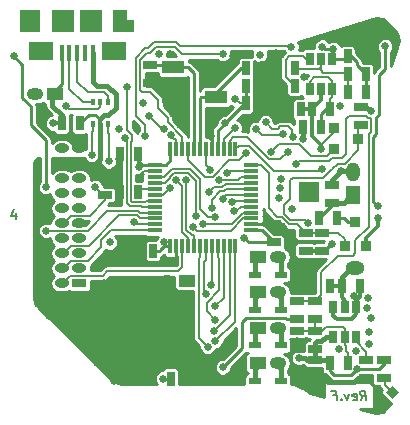
<source format=gbl>
G04 (created by PCBNEW (2013-07-07 BZR 4022)-stable) date 07/06/2014 15:45:14*
%MOIN*%
G04 Gerber Fmt 3.4, Leading zero omitted, Abs format*
%FSLAX34Y34*%
G01*
G70*
G90*
G04 APERTURE LIST*
%ADD10C,0.00590551*%
%ADD11C,0.007875*%
%ADD12C,0.0079*%
%ADD13R,0.0709X0.0748*%
%ADD14R,0.0709X0.0433*%
%ADD15R,0.0748X0.0748*%
%ADD16R,0.0827X0.063*%
%ADD17R,0.0157X0.0551*%
%ADD18R,0.0472X0.0748*%
%ADD19R,0.0276X0.0394*%
%ADD20R,0.045X0.025*%
%ADD21R,0.036X0.036*%
%ADD22O,0.063X0.0472*%
%ADD23R,0.0551X0.0394*%
%ADD24O,0.0551X0.0394*%
%ADD25O,0.0472X0.0315*%
%ADD26R,0.0472X0.0315*%
%ADD27R,0.0118X0.0512*%
%ADD28R,0.0512X0.0118*%
%ADD29R,0.0394X0.0236*%
%ADD30R,0.025X0.045*%
%ADD31R,0.0748X0.0433*%
%ADD32R,0.0669X0.0669*%
%ADD33C,0.015*%
%ADD34R,0.0157X0.02*%
%ADD35R,0.0472X0.063*%
%ADD36O,0.0472X0.063*%
%ADD37C,0.025*%
%ADD38C,0.01*%
%ADD39C,0.015*%
%ADD40C,0.008*%
%ADD41C,0.006*%
%ADD42C,0.012*%
%ADD43C,0.007*%
G04 APERTURE END LIST*
G54D10*
G54D11*
X21013Y-6151D02*
X21099Y-6001D01*
X21193Y-6151D02*
X21154Y-5836D01*
X21034Y-5836D01*
X21005Y-5851D01*
X20992Y-5866D01*
X20981Y-5896D01*
X20987Y-5941D01*
X21005Y-5971D01*
X21022Y-5986D01*
X21054Y-6001D01*
X21174Y-6001D01*
X20756Y-6136D02*
X20788Y-6151D01*
X20848Y-6151D01*
X20876Y-6136D01*
X20887Y-6106D01*
X20872Y-5986D01*
X20854Y-5956D01*
X20822Y-5941D01*
X20762Y-5941D01*
X20734Y-5956D01*
X20722Y-5986D01*
X20726Y-6016D01*
X20880Y-6046D01*
X20612Y-5941D02*
X20563Y-6151D01*
X20462Y-5941D01*
X20364Y-6121D02*
X20351Y-6136D01*
X20368Y-6151D01*
X20381Y-6136D01*
X20364Y-6121D01*
X20368Y-6151D01*
X20092Y-5986D02*
X20197Y-5986D01*
X20218Y-6151D02*
X20179Y-5836D01*
X20029Y-5836D01*
G54D12*
G54D11*
X9509Y82D02*
X9509Y-127D01*
X9434Y202D02*
X9359Y-22D01*
X9554Y-22D01*
G54D12*
G54D13*
X9980Y6477D03*
G54D14*
X13110Y6320D03*
G54D15*
X11083Y6477D03*
X12027Y6477D03*
G54D16*
X12775Y5473D03*
X10335Y5473D03*
G54D17*
X11555Y5414D03*
X11811Y5414D03*
X12067Y5414D03*
X11299Y5414D03*
X11043Y5414D03*
G54D18*
X12992Y6477D03*
G54D19*
X20097Y-4044D03*
X20472Y-4044D03*
X20847Y-4044D03*
X20847Y-3044D03*
X20472Y-3044D03*
X20097Y-3044D03*
X20058Y5225D03*
X19683Y5225D03*
X19308Y5225D03*
X19308Y4225D03*
X19683Y4225D03*
X20058Y4225D03*
G54D20*
X21772Y-5418D03*
X21772Y-4818D03*
G54D21*
X20112Y2909D03*
X20112Y2209D03*
X20912Y2559D03*
X20477Y-1030D03*
X21177Y-1030D03*
X20827Y-230D03*
G54D22*
X20827Y-1732D03*
G54D23*
X10802Y4056D03*
G54D24*
X10144Y4056D03*
G54D20*
X21024Y3607D03*
X21024Y3007D03*
G54D23*
X17584Y-2559D03*
G54D24*
X18242Y-2559D03*
G54D23*
X15211Y-2165D03*
G54D24*
X14553Y-2165D03*
G54D23*
X17584Y-4921D03*
G54D24*
X18242Y-4921D03*
G54D23*
X17584Y-1378D03*
G54D24*
X18242Y-1378D03*
G54D23*
X17584Y-3740D03*
G54D24*
X18242Y-3740D03*
G54D25*
X11628Y2250D03*
X11628Y1750D03*
X11050Y2250D03*
X11050Y1750D03*
G54D26*
X11628Y-2250D03*
G54D25*
X11050Y-2250D03*
X11050Y-1750D03*
X11050Y-1250D03*
X11050Y-750D03*
X11050Y-250D03*
X11050Y250D03*
X11050Y750D03*
X11050Y1250D03*
X11628Y-1750D03*
X11628Y-1250D03*
X11628Y-750D03*
X11628Y-250D03*
X11628Y250D03*
X11628Y750D03*
X11628Y1250D03*
G54D27*
X15256Y2205D03*
X15453Y2205D03*
X15650Y2205D03*
X15846Y2205D03*
X16043Y2205D03*
X14665Y2205D03*
X14862Y2205D03*
X15059Y2205D03*
G54D28*
X17362Y1674D03*
X17362Y1477D03*
X17362Y1280D03*
X17362Y1083D03*
X17362Y886D03*
X17362Y689D03*
X17362Y493D03*
X17362Y296D03*
G54D27*
X16831Y-1023D03*
X16634Y-1023D03*
X16437Y-1023D03*
X16240Y-1023D03*
X16043Y-1023D03*
X15846Y-1023D03*
X15650Y-1023D03*
X15453Y-1023D03*
G54D28*
X14134Y-492D03*
X14134Y-295D03*
X14134Y-98D03*
X14134Y99D03*
X14134Y296D03*
X14134Y493D03*
X14134Y689D03*
X14134Y886D03*
G54D27*
X16240Y2205D03*
X16437Y2205D03*
X16634Y2205D03*
X16831Y2205D03*
G54D28*
X17362Y99D03*
X17362Y-98D03*
X17362Y-295D03*
X17362Y-492D03*
G54D27*
X15256Y-1023D03*
X15059Y-1023D03*
X14862Y-1023D03*
X14665Y-1023D03*
G54D28*
X14134Y1083D03*
X14134Y1280D03*
X14134Y1477D03*
X14134Y1674D03*
G54D29*
X17480Y-5512D03*
X18346Y-5512D03*
X17480Y-4331D03*
X18346Y-4331D03*
X17480Y-3150D03*
X18346Y-3150D03*
X17480Y-1969D03*
X18346Y-1969D03*
G54D20*
X19724Y-1166D03*
X19724Y-566D03*
G54D30*
X20221Y-78D03*
X19621Y-78D03*
X19385Y-2363D03*
X19985Y-2363D03*
X13568Y787D03*
X12968Y787D03*
G54D20*
X18897Y-4435D03*
X18897Y-3835D03*
X19488Y-3450D03*
X19488Y-2850D03*
X18898Y-2850D03*
X18898Y-3450D03*
X19488Y-3835D03*
X19488Y-4435D03*
G54D30*
X20566Y4134D03*
X21166Y4134D03*
X19670Y2953D03*
X19070Y2953D03*
X18204Y4921D03*
X18804Y4921D03*
X18401Y3543D03*
X19001Y3543D03*
X14670Y-5433D03*
X14070Y-5433D03*
X17180Y4330D03*
X17780Y4330D03*
X17180Y3739D03*
X17780Y3739D03*
X13568Y2047D03*
X12968Y2047D03*
X14079Y-1181D03*
X13479Y-1181D03*
G54D20*
X18110Y-891D03*
X18110Y-291D03*
G54D30*
X17180Y4920D03*
X17780Y4920D03*
G54D20*
X13976Y5024D03*
X13976Y4424D03*
X12480Y684D03*
X12480Y1284D03*
X19173Y-566D03*
X19173Y-1166D03*
X21193Y-4818D03*
X21193Y-5418D03*
X20039Y410D03*
X20039Y1010D03*
G54D30*
X20969Y-2363D03*
X20369Y-2363D03*
G54D20*
X19488Y-4819D03*
X19488Y-5419D03*
G54D30*
X11039Y3071D03*
X11639Y3071D03*
X19976Y-4921D03*
X20576Y-4921D03*
X18804Y4331D03*
X18204Y4331D03*
X19983Y3544D03*
X19383Y3544D03*
X20566Y5315D03*
X21166Y5315D03*
X21166Y4725D03*
X20566Y4725D03*
G54D31*
X14763Y3957D03*
X16181Y3957D03*
X14763Y4941D03*
X16181Y4941D03*
G54D32*
X19291Y787D03*
G54D33*
X19291Y787D03*
X19094Y590D03*
X19488Y590D03*
X19094Y984D03*
X19488Y984D03*
G54D34*
X12579Y3051D03*
X12067Y3051D03*
X12323Y3799D03*
X12323Y3051D03*
X12067Y3799D03*
X12579Y3799D03*
G54D10*
G36*
X22058Y-5671D02*
X22280Y-5893D01*
X22058Y-6115D01*
X21836Y-5893D01*
X22058Y-5671D01*
X22058Y-5671D01*
G37*
G36*
X21641Y-6088D02*
X21863Y-6310D01*
X21641Y-6532D01*
X21419Y-6310D01*
X21641Y-6088D01*
X21641Y-6088D01*
G37*
G54D35*
X20748Y690D03*
G54D36*
X20748Y1438D03*
G54D37*
X15738Y-292D03*
X15424Y-394D03*
X16560Y1429D03*
X15957Y788D03*
X16049Y254D03*
X16290Y1179D03*
X13232Y4291D03*
X14661Y929D03*
X16406Y5379D03*
X13138Y2594D03*
X18693Y5630D03*
X13807Y2646D03*
X10531Y-508D03*
X16720Y457D03*
X16409Y567D03*
X16161Y-47D03*
X15520Y-24D03*
X16768Y141D03*
X14690Y2671D03*
X19717Y1547D03*
X17177Y2084D03*
X18842Y1708D03*
X18577Y2131D03*
X14858Y1177D03*
X12606Y1803D03*
X15177Y1185D03*
X12043Y2031D03*
X13937Y3335D03*
X11169Y3661D03*
X16811Y2913D03*
X14461Y2894D03*
X18031Y2122D03*
X10748Y3071D03*
X18709Y213D03*
X15990Y1525D03*
X12165Y945D03*
X13450Y-215D03*
X16142Y-3031D03*
X16142Y-3465D03*
X16102Y-3858D03*
X15905Y-4370D03*
X16016Y-2323D03*
X16165Y-4173D03*
X15835Y-2622D03*
X20905Y5551D03*
X19122Y4622D03*
X14764Y3386D03*
X18193Y5402D03*
X13543Y2874D03*
X21142Y5787D03*
X18169Y3142D03*
X16000Y2650D03*
X14646Y5394D03*
X14988Y3020D03*
X21457Y5709D03*
X16760Y5327D03*
X10236Y-2953D03*
X12598Y-4921D03*
X18976Y-1614D03*
X10630Y-2953D03*
X12165Y-3307D03*
X19201Y-5713D03*
X16024Y-5433D03*
X12335Y-1646D03*
X18925Y-5539D03*
X10236Y-2362D03*
X14921Y-4134D03*
X11732Y-3425D03*
X11220Y-3346D03*
X14764Y-3583D03*
X15551Y-4724D03*
X14055Y-3228D03*
X13665Y1217D03*
X11024Y-2953D03*
X13386Y-4921D03*
X12677Y-2480D03*
X12441Y-2244D03*
X12992Y-2205D03*
X10236Y-1772D03*
X18898Y-4193D03*
X12165Y-2953D03*
X11811Y-2953D03*
X14819Y-1524D03*
X10236Y-1181D03*
X19291Y-1732D03*
X12205Y-4921D03*
X13661Y-2953D03*
X12992Y-4921D03*
X13386Y-2559D03*
X10630Y-3346D03*
X14016Y-2559D03*
X12795Y-5512D03*
X13661Y-2205D03*
X14409Y-4134D03*
X14134Y-5000D03*
X11417Y-2953D03*
X12165Y-2480D03*
X20276Y-4449D03*
X20354Y1496D03*
X20839Y-4512D03*
X19689Y2224D03*
X21220Y-3071D03*
X21339Y-3425D03*
X21260Y-2756D03*
X20039Y-945D03*
X17835Y3110D03*
X18740Y2614D03*
X18425Y2724D03*
X17520Y2870D03*
X19252Y-236D03*
X21362Y3474D03*
X13602Y1630D03*
X21575Y303D03*
X17126Y-748D03*
X14405Y-5433D03*
X20894Y-5118D03*
X10512Y945D03*
X16409Y-5063D03*
X21823Y5643D03*
X18961Y-4752D03*
X14441Y-890D03*
X12646Y-898D03*
X9433Y5307D03*
X12953Y2874D03*
X14291Y5394D03*
X17650Y5358D03*
X16830Y3878D03*
X20079Y5551D03*
X19724Y5630D03*
X16496Y3071D03*
X20315Y3661D03*
X13740Y3740D03*
X18335Y1220D03*
X19098Y2563D03*
X21299Y-4291D03*
X21575Y-79D03*
X21299Y-3898D03*
X20772Y-2697D03*
X18279Y583D03*
X18303Y906D03*
G54D38*
X20039Y340D02*
X19621Y-78D01*
G54D39*
X17480Y-2742D02*
X17663Y-2559D01*
X17480Y-1969D02*
X17480Y-1561D01*
X17480Y-4331D02*
X17480Y-3923D01*
X17480Y-5512D02*
X17480Y-5104D01*
X20039Y410D02*
X20448Y410D01*
X20448Y410D02*
X20748Y769D01*
X17480Y-5104D02*
X17663Y-4921D01*
X17480Y-3923D02*
X17663Y-3740D01*
X17480Y-1561D02*
X17663Y-1378D01*
G54D38*
X20039Y410D02*
X20039Y340D01*
G54D39*
X17480Y-3150D02*
X17480Y-2742D01*
G54D40*
X14134Y886D02*
X13667Y886D01*
X13667Y886D02*
X13568Y787D01*
X17092Y99D02*
X17362Y99D01*
X15738Y-292D02*
X16701Y-292D01*
X16701Y-292D02*
X17092Y99D01*
X15424Y-394D02*
X15550Y-520D01*
X17098Y-98D02*
X17362Y-98D01*
X16676Y-520D02*
X17098Y-98D01*
X15550Y-520D02*
X16676Y-520D01*
X16608Y1477D02*
X16560Y1429D01*
X17362Y1477D02*
X16608Y1477D01*
X16500Y1057D02*
X16393Y950D01*
X16393Y950D02*
X16119Y950D01*
X16119Y950D02*
X15957Y788D01*
X17336Y1057D02*
X16500Y1057D01*
X17362Y1083D02*
X17336Y1057D01*
X16532Y886D02*
X16453Y807D01*
X17362Y886D02*
X16532Y886D01*
X16453Y807D02*
X16325Y807D01*
X16325Y807D02*
X16049Y531D01*
X16049Y531D02*
X16049Y254D01*
X16311Y1200D02*
X16290Y1179D01*
X17003Y1280D02*
X16923Y1200D01*
X16923Y1200D02*
X16311Y1200D01*
X17362Y1280D02*
X17003Y1280D01*
X13382Y2500D02*
X13382Y2701D01*
X13378Y449D02*
X13342Y485D01*
X13803Y449D02*
X13378Y449D01*
X13232Y2851D02*
X13232Y4291D01*
X13342Y485D02*
X13342Y2460D01*
X13847Y493D02*
X13803Y449D01*
X13342Y2460D02*
X13382Y2500D01*
X13382Y2701D02*
X13232Y2851D01*
X14134Y493D02*
X13847Y493D01*
X14134Y689D02*
X14421Y689D01*
X14661Y929D02*
X14421Y689D01*
X13976Y4134D02*
X13701Y4134D01*
X14252Y3858D02*
X13976Y4134D01*
X13977Y5433D02*
X13885Y5433D01*
X15054Y5379D02*
X14803Y5630D01*
X15059Y2625D02*
X14568Y3116D01*
X13701Y4134D02*
X13646Y4189D01*
X14174Y5630D02*
X13977Y5433D01*
X16406Y5379D02*
X15054Y5379D01*
X14252Y3582D02*
X14252Y3858D01*
X14568Y3116D02*
X14568Y3266D01*
X13646Y4189D02*
X13646Y5194D01*
X13885Y5433D02*
X13646Y5194D01*
X14568Y3266D02*
X14252Y3582D01*
X14803Y5630D02*
X14174Y5630D01*
X15059Y2205D02*
X15059Y2625D01*
X14974Y5659D02*
X14861Y5772D01*
X13807Y3032D02*
X13807Y2646D01*
X18664Y5659D02*
X14974Y5659D01*
X13200Y427D02*
X13200Y2532D01*
X13504Y5252D02*
X13504Y3335D01*
X14134Y296D02*
X13700Y296D01*
X13200Y2532D02*
X13138Y2594D01*
X13504Y3335D02*
X13807Y3032D01*
X13920Y5575D02*
X13827Y5575D01*
X13700Y296D02*
X13689Y307D01*
X14117Y5772D02*
X13920Y5575D01*
X14861Y5772D02*
X14117Y5772D01*
X13320Y307D02*
X13200Y427D01*
X18693Y5630D02*
X18664Y5659D01*
X13689Y307D02*
X13320Y307D01*
X13827Y5575D02*
X13504Y5252D01*
X13660Y99D02*
X13596Y163D01*
G54D41*
X11901Y-500D02*
X10713Y-500D01*
G54D40*
X10713Y-500D02*
X10539Y-500D01*
G54D41*
X12565Y163D02*
X12564Y163D01*
G54D40*
X13596Y163D02*
X12565Y163D01*
X12564Y163D02*
X11901Y-500D01*
X14134Y99D02*
X13660Y99D01*
X10539Y-500D02*
X10531Y-508D01*
X17362Y493D02*
X16756Y493D01*
X16756Y493D02*
X16720Y457D01*
X16531Y689D02*
X16409Y567D01*
X17362Y689D02*
X16531Y689D01*
X15322Y1563D02*
X15662Y1223D01*
X15662Y220D02*
X15929Y-47D01*
X15929Y-47D02*
X16161Y-47D01*
X15662Y1223D02*
X15662Y220D01*
X14134Y1280D02*
X14435Y1280D01*
X14435Y1280D02*
X14718Y1563D01*
X14718Y1563D02*
X15322Y1563D01*
X14473Y1083D02*
X14638Y1248D01*
X15520Y1165D02*
X15520Y-24D01*
X14638Y1248D02*
X14638Y1284D01*
X14638Y1284D02*
X14775Y1421D01*
X15264Y1421D02*
X15520Y1165D01*
X14134Y1083D02*
X14473Y1083D01*
X14775Y1421D02*
X15264Y1421D01*
X17003Y296D02*
X17362Y296D01*
X16848Y141D02*
X16768Y141D01*
X17003Y296D02*
X16848Y141D01*
X11555Y4469D02*
X11555Y4460D01*
X11555Y4460D02*
X11902Y4114D01*
X11555Y5414D02*
X11555Y4469D01*
X11555Y4460D02*
X11902Y4114D01*
X12449Y4114D02*
X11902Y4114D01*
X12579Y3799D02*
X12579Y3984D01*
X12579Y3984D02*
X12449Y4114D01*
X11299Y5414D02*
X11299Y4233D01*
X11733Y3799D02*
X12067Y3799D01*
X11299Y4233D02*
X11733Y3799D01*
X14862Y2564D02*
X14797Y2564D01*
X14797Y2564D02*
X14690Y2671D01*
X14862Y2205D02*
X14862Y2564D01*
X19717Y1547D02*
X19648Y1478D01*
X16947Y2321D02*
X17271Y2321D01*
X17271Y2321D02*
X18114Y1478D01*
X18114Y1478D02*
X19648Y1478D01*
X16947Y2321D02*
X16831Y2205D01*
X20389Y1912D02*
X20531Y2054D01*
X20531Y3208D02*
X20630Y3307D01*
X20531Y2054D02*
X20531Y3208D01*
X15256Y1851D02*
X15816Y1291D01*
X15816Y1291D02*
X16080Y1291D01*
X20827Y-1260D02*
X20748Y-1339D01*
X15256Y2205D02*
X15256Y1851D01*
X20827Y-825D02*
X21272Y-380D01*
X16630Y1841D02*
X16080Y1291D01*
X17177Y2084D02*
X16934Y1841D01*
X16934Y1841D02*
X16630Y1841D01*
X20389Y1912D02*
X20035Y1912D01*
X21256Y3248D02*
X21197Y3307D01*
X19685Y-2653D02*
X19488Y-2850D01*
X20035Y1912D02*
X19944Y1821D01*
X20827Y-1260D02*
X20827Y-825D01*
X21354Y2799D02*
X21272Y2717D01*
X21197Y3307D02*
X20630Y3307D01*
X18955Y1821D02*
X18842Y1708D01*
X20748Y-1339D02*
X20236Y-1339D01*
X19685Y-1890D02*
X19685Y-2653D01*
X21354Y3209D02*
X21354Y2799D01*
X21315Y3248D02*
X21354Y3209D01*
X21256Y3248D02*
X21315Y3248D01*
X20236Y-1339D02*
X19685Y-1890D01*
X21272Y-380D02*
X21272Y2717D01*
X19944Y1821D02*
X18955Y1821D01*
X19488Y-2850D02*
X18898Y-2850D01*
X18326Y1880D02*
X17936Y1880D01*
X17936Y1880D02*
X17201Y2615D01*
X16748Y2615D02*
X16634Y2501D01*
X18577Y2131D02*
X18326Y1880D01*
X17201Y2615D02*
X16748Y2615D01*
X16634Y2501D02*
X16634Y2205D01*
X15051Y984D02*
X15051Y-549D01*
X14858Y1177D02*
X15051Y984D01*
X12606Y2709D02*
X12579Y2736D01*
X15256Y-754D02*
X15256Y-1023D01*
X12606Y1803D02*
X12606Y2709D01*
X15051Y-549D02*
X15256Y-754D01*
X12579Y3051D02*
X12579Y2736D01*
X12043Y2031D02*
X12043Y2791D01*
X12067Y2815D02*
X12067Y3051D01*
X12043Y2791D02*
X12067Y2815D01*
X15453Y-664D02*
X15366Y-664D01*
X15193Y-491D02*
X15193Y1169D01*
X15366Y-664D02*
X15193Y-491D01*
X15193Y1169D02*
X15177Y1185D01*
X15453Y-1023D02*
X15453Y-664D01*
X16437Y2205D02*
X16437Y2539D01*
X12236Y3543D02*
X11287Y3543D01*
X13937Y3335D02*
X14378Y2894D01*
X14378Y2894D02*
X14461Y2894D01*
X16437Y2539D02*
X16811Y2913D01*
X12323Y3630D02*
X12236Y3543D01*
X12323Y3630D02*
X12323Y3799D01*
X11287Y3543D02*
X11169Y3661D01*
X18228Y-39D02*
X17953Y236D01*
X20477Y-1030D02*
X20477Y-792D01*
X17953Y1417D02*
X17953Y236D01*
X19173Y-566D02*
X18883Y-276D01*
X19724Y-566D02*
X19173Y-566D01*
X17696Y1674D02*
X17953Y1417D01*
X18604Y-276D02*
X18367Y-39D01*
X18367Y-39D02*
X18228Y-39D01*
X20251Y-566D02*
X19724Y-566D01*
X17696Y1674D02*
X17362Y1674D01*
X20477Y-792D02*
X20251Y-566D01*
X18883Y-276D02*
X18604Y-276D01*
G54D38*
X11043Y5414D02*
X11043Y4376D01*
X11043Y4376D02*
X10723Y4056D01*
G54D42*
X11039Y3071D02*
X10748Y3071D01*
G54D40*
X18279Y2370D02*
X18031Y2122D01*
G54D39*
X10722Y3668D02*
X10723Y4056D01*
X11039Y3071D02*
X11039Y3351D01*
X11039Y3351D02*
X10722Y3668D01*
G54D40*
X19339Y1985D02*
X18954Y2370D01*
X19888Y1985D02*
X19339Y1985D01*
X20112Y2209D02*
X19888Y1985D01*
X18954Y2370D02*
X18279Y2370D01*
X12165Y945D02*
X12426Y684D01*
X15846Y1684D02*
X15990Y1540D01*
X12426Y684D02*
X12480Y684D01*
G54D41*
X11968Y0D02*
X11339Y0D01*
X11339Y0D02*
X11089Y-250D01*
G54D40*
X15846Y2205D02*
X15846Y1684D01*
X12480Y684D02*
X12480Y511D01*
X15990Y1540D02*
X15990Y1525D01*
X12480Y511D02*
X11969Y0D01*
X11969Y0D02*
X11968Y0D01*
X12362Y-827D02*
X12697Y-492D01*
X12697Y-492D02*
X14134Y-492D01*
X11089Y-1750D02*
X11339Y-1500D01*
X11925Y-1500D02*
X12362Y-1063D01*
X12362Y-1063D02*
X12362Y-827D01*
G54D41*
X11339Y-1500D02*
X11925Y-1500D01*
G54D40*
X13530Y-295D02*
X13450Y-215D01*
X14134Y-295D02*
X13530Y-295D01*
X11089Y-1250D02*
X11339Y-1000D01*
X11934Y-1000D02*
X12955Y21D01*
G54D41*
X11339Y-1000D02*
X11934Y-1000D01*
G54D40*
X12955Y21D02*
X13538Y21D01*
X13538Y21D02*
X13657Y-98D01*
X13657Y-98D02*
X14134Y-98D01*
X12409Y-2000D02*
X12559Y-1850D01*
X15059Y-1721D02*
X15059Y-1023D01*
X12012Y-2000D02*
X12409Y-2000D01*
X14930Y-1850D02*
X15059Y-1721D01*
G54D41*
X11303Y-2000D02*
X12012Y-2000D01*
G54D40*
X12559Y-1850D02*
X14930Y-1850D01*
X11089Y-2250D02*
X11303Y-2000D01*
X16437Y-2736D02*
X16437Y-1023D01*
X16142Y-3031D02*
X16437Y-2736D01*
X15868Y-2911D02*
X16286Y-2493D01*
X16286Y-2493D02*
X16286Y-1443D01*
X16240Y-1397D02*
X16240Y-1023D01*
X16142Y-3465D02*
X15868Y-3191D01*
X16286Y-1443D02*
X16240Y-1397D01*
X15868Y-3191D02*
X15868Y-2911D01*
X16102Y-3858D02*
X16634Y-3326D01*
X16634Y-3326D02*
X16634Y-1023D01*
X15608Y-1435D02*
X15608Y-4073D01*
X15650Y-1393D02*
X15608Y-1435D01*
X15650Y-1023D02*
X15650Y-1393D01*
X15608Y-4073D02*
X15905Y-4370D01*
X16043Y-1023D02*
X16043Y-2296D01*
X16043Y-2296D02*
X16016Y-2323D01*
X16806Y-1407D02*
X16806Y-3532D01*
X16831Y-1023D02*
X16831Y-1382D01*
X16806Y-3532D02*
X16165Y-4173D01*
X16831Y-1382D02*
X16806Y-1407D01*
X15846Y-1489D02*
X15846Y-1023D01*
X15772Y-2559D02*
X15772Y-1563D01*
X15772Y-1563D02*
X15846Y-1489D01*
X15835Y-2622D02*
X15772Y-2559D01*
G54D38*
X16043Y2205D02*
X16043Y2607D01*
X18203Y4920D02*
X18204Y4921D01*
X18204Y5391D02*
X18204Y4921D01*
X14763Y4214D02*
X14553Y4424D01*
X20905Y5551D02*
X21166Y5330D01*
X14763Y3387D02*
X14764Y3386D01*
X21166Y5763D02*
X21142Y5787D01*
X17780Y4330D02*
X17780Y3739D01*
X21166Y5315D02*
X21166Y5763D01*
X18401Y3374D02*
X18401Y3543D01*
X17780Y4920D02*
X17780Y4330D01*
X14763Y3957D02*
X14763Y3387D01*
X14763Y3957D02*
X14763Y4214D01*
X16043Y2607D02*
X16000Y2650D01*
X17780Y4920D02*
X18203Y4920D01*
X14553Y4424D02*
X13976Y4424D01*
X18204Y4921D02*
X18204Y4331D01*
X18169Y3142D02*
X18401Y3374D01*
X16374Y4941D02*
X16760Y5327D01*
X21166Y5330D02*
X21166Y5315D01*
X18193Y5402D02*
X18204Y5391D01*
X16181Y4941D02*
X16374Y4941D01*
G54D39*
X12067Y5414D02*
X12067Y4464D01*
X12067Y4464D02*
X12201Y4331D01*
X12547Y4331D02*
X12201Y4331D01*
X12835Y3583D02*
X12598Y3346D01*
X12323Y3208D02*
X12323Y3209D01*
X12835Y3583D02*
X12835Y4043D01*
X12460Y3346D02*
X12323Y3209D01*
X12598Y3346D02*
X12460Y3346D01*
X12835Y4043D02*
X12547Y4331D01*
G54D38*
X17362Y-295D02*
X18106Y-295D01*
G54D39*
X12323Y3051D02*
X12323Y1890D01*
G54D38*
X14862Y-1481D02*
X14819Y-1524D01*
X12480Y1284D02*
X12869Y1284D01*
X12183Y1750D02*
X11589Y1750D01*
G54D40*
X13665Y1366D02*
X13665Y1217D01*
G54D38*
X10236Y-1772D02*
X10236Y-1181D01*
X21062Y-5419D02*
X21193Y-5418D01*
X18897Y-4435D02*
X18897Y-4194D01*
X19910Y-5591D02*
X19738Y-5419D01*
X12953Y-2244D02*
X12441Y-2244D01*
X18106Y-295D02*
X18110Y-291D01*
X12800Y-1181D02*
X12335Y-1646D01*
X19094Y-1732D02*
X18976Y-1614D01*
G54D39*
X19488Y-5426D02*
X19201Y-5713D01*
G54D38*
X19385Y-2363D02*
X19385Y-1826D01*
X12165Y3366D02*
X11934Y3366D01*
X13662Y-2205D02*
X13661Y-2205D01*
X11220Y-3346D02*
X10630Y-3346D01*
X19385Y-1826D02*
X19291Y-1732D01*
X13661Y-2953D02*
X13936Y-3228D01*
G54D40*
X14134Y1477D02*
X13776Y1477D01*
G54D38*
X12323Y3051D02*
X12323Y3208D01*
G54D40*
X13776Y1477D02*
X13665Y1366D01*
G54D38*
X12323Y3208D02*
X12165Y3366D01*
X14862Y-1023D02*
X14862Y-1481D01*
X21193Y-5418D02*
X20948Y-5418D01*
X18693Y-5307D02*
X18925Y-5539D01*
X12968Y1185D02*
X12968Y787D01*
X18976Y-1555D02*
X18496Y-1075D01*
X18496Y-382D02*
X18405Y-291D01*
X12869Y1284D02*
X12968Y1185D01*
X20948Y-5418D02*
X20775Y-5591D01*
X14016Y-2559D02*
X13662Y-2205D01*
X18880Y-4435D02*
X18693Y-4622D01*
X18976Y-1614D02*
X18976Y-1555D01*
X21641Y-5866D02*
X21193Y-5418D01*
X14070Y-5064D02*
X14070Y-5433D01*
X11417Y-2953D02*
X11811Y-2953D01*
X20775Y-5591D02*
X19910Y-5591D01*
G54D39*
X19488Y-5419D02*
X19488Y-5426D01*
G54D38*
X12165Y-2953D02*
X12165Y-2480D01*
X21062Y-5419D02*
X21193Y-5418D01*
X10630Y-2953D02*
X11024Y-2953D01*
X12795Y-5512D02*
X12205Y-4921D01*
X18405Y-291D02*
X18110Y-291D01*
X11850Y-3307D02*
X12165Y-3307D01*
X21544Y-6408D02*
X21641Y-6311D01*
X13936Y-3228D02*
X14055Y-3228D01*
X12968Y2047D02*
X12968Y1185D01*
X21641Y-6311D02*
X21641Y-5866D01*
X12323Y1890D02*
X12183Y1750D01*
X21544Y-6408D02*
X21641Y-6311D01*
X18897Y-4435D02*
X18880Y-4435D01*
X18897Y-4194D02*
X18898Y-4193D01*
X19291Y-1732D02*
X19094Y-1732D01*
X12598Y-4921D02*
X12992Y-4921D01*
X12677Y-2480D02*
X13386Y-2559D01*
X11732Y-3425D02*
X11850Y-3307D01*
X18693Y-4622D02*
X18693Y-5307D01*
X12992Y-4921D02*
X13386Y-4921D01*
X14134Y-5000D02*
X14070Y-5064D01*
X11934Y3366D02*
X11639Y3071D01*
X10236Y-2953D02*
X10236Y-2362D01*
X19738Y-5419D02*
X19488Y-5419D01*
X18496Y-1075D02*
X18496Y-382D01*
X12992Y-2205D02*
X12953Y-2244D01*
X13479Y-1181D02*
X12800Y-1181D01*
G54D39*
X20611Y1496D02*
X20748Y1359D01*
X20369Y-2032D02*
X20669Y-1732D01*
G54D42*
X19383Y3544D02*
X19383Y2668D01*
X19002Y3544D02*
X19001Y3543D01*
X19383Y2668D02*
X19689Y2362D01*
X19383Y3544D02*
X19002Y3544D01*
G54D40*
X19689Y2362D02*
X19689Y2224D01*
X20112Y2909D02*
X20112Y2790D01*
G54D39*
X20039Y1181D02*
X20354Y1496D01*
X20039Y1010D02*
X20039Y1181D01*
G54D42*
X20369Y-2363D02*
X19985Y-2363D01*
X20472Y-3044D02*
X20460Y-3044D01*
X19818Y-1166D02*
X20039Y-945D01*
X20460Y-3044D02*
X20433Y-3071D01*
X19724Y-1166D02*
X19818Y-1166D01*
X19683Y4225D02*
X19683Y3844D01*
X20433Y-3071D02*
X20472Y-3044D01*
G54D39*
X20354Y1496D02*
X20611Y1496D01*
G54D42*
X20369Y-2731D02*
X20472Y-2834D01*
X19724Y-1166D02*
X19173Y-1166D01*
G54D39*
X20369Y-2363D02*
X20369Y-2032D01*
G54D42*
X20472Y-2834D02*
X20472Y-3044D01*
G54D40*
X19689Y2367D02*
X19689Y2362D01*
X20112Y2790D02*
X19689Y2367D01*
G54D42*
X19683Y3844D02*
X19383Y3544D01*
X20369Y-2363D02*
X20369Y-2731D01*
G54D39*
X20669Y-1732D02*
X20827Y-1732D01*
X18346Y-4331D02*
X18346Y-3923D01*
X18346Y-3923D02*
X18163Y-3740D01*
G54D38*
X14680Y5024D02*
X14763Y4941D01*
X15250Y4941D02*
X14763Y4941D01*
X15453Y2205D02*
X15453Y4738D01*
X13976Y5024D02*
X14680Y5024D01*
X15453Y4738D02*
X15250Y4941D01*
X15650Y3913D02*
X15650Y2205D01*
X16181Y3957D02*
X15694Y3957D01*
X17007Y4920D02*
X17180Y4920D01*
X16181Y3957D02*
X16181Y4094D01*
X15694Y3957D02*
X15650Y3913D01*
X16181Y4094D02*
X17007Y4920D01*
G54D39*
X18346Y-1969D02*
X18346Y-1561D01*
X18346Y-1561D02*
X18163Y-1378D01*
X18346Y-3150D02*
X18346Y-2742D01*
X18346Y-2742D02*
X18163Y-2559D01*
X18346Y-5512D02*
X18346Y-5104D01*
X18346Y-5104D02*
X18163Y-4921D01*
G54D40*
X18717Y2637D02*
X18717Y2846D01*
X18717Y2846D02*
X18594Y2969D01*
X18244Y2882D02*
X18063Y2882D01*
X18740Y2614D02*
X18717Y2637D01*
X18594Y2969D02*
X18331Y2969D01*
X18063Y2882D02*
X17835Y3110D01*
X18331Y2969D02*
X18244Y2882D01*
X18425Y2724D02*
X18390Y2689D01*
X17701Y2689D02*
X17520Y2870D01*
X18390Y2689D02*
X17701Y2689D01*
X21811Y-5645D02*
X22059Y-5893D01*
X21772Y-5418D02*
X21811Y-5645D01*
X18661Y1181D02*
X18661Y551D01*
X18465Y63D02*
X18662Y-134D01*
X20039Y1539D02*
X20043Y1539D01*
X18662Y-134D02*
X19150Y-134D01*
X18661Y551D02*
X18465Y355D01*
X20912Y2961D02*
X21024Y3007D01*
X19764Y1264D02*
X18744Y1264D01*
X19150Y-134D02*
X19252Y-236D01*
X18744Y1264D02*
X18661Y1181D01*
X20866Y3007D02*
X20912Y2961D01*
X20043Y1539D02*
X20236Y1732D01*
X20912Y2559D02*
X20912Y2176D01*
X18465Y355D02*
X18465Y63D01*
X20912Y2559D02*
X20912Y2935D01*
X19764Y1264D02*
X20039Y1539D01*
X20468Y1732D02*
X20912Y2176D01*
X20912Y2935D02*
X21024Y3007D01*
X21024Y3007D02*
X20866Y3007D01*
X20236Y1732D02*
X20468Y1732D01*
X20576Y-4584D02*
X20576Y-4921D01*
X20409Y-3717D02*
X19848Y-3717D01*
X19848Y-3717D02*
X19826Y-3739D01*
X20472Y-3780D02*
X20409Y-3717D01*
X19826Y-3739D02*
X19824Y-3739D01*
X20512Y-4359D02*
X20512Y-4520D01*
X19488Y-3450D02*
X19488Y-3835D01*
X20512Y-4520D02*
X20576Y-4584D01*
X20472Y-4319D02*
X20512Y-4359D01*
X18897Y-3835D02*
X19488Y-3835D01*
X20472Y-4044D02*
X20472Y-3780D01*
X19824Y-3739D02*
X19728Y-3835D01*
X19728Y-3835D02*
X19488Y-3835D01*
X20472Y-4044D02*
X20472Y-4319D01*
X19094Y5315D02*
X18622Y5315D01*
X18622Y5315D02*
X18504Y5197D01*
X19308Y5225D02*
X19184Y5225D01*
X18504Y4631D02*
X18804Y4331D01*
X18504Y5197D02*
X18504Y4631D01*
X19184Y5225D02*
X19094Y5315D01*
X19683Y4947D02*
X19683Y4845D01*
X19764Y4764D02*
X20527Y4764D01*
X19614Y4878D02*
X18847Y4878D01*
X19683Y4845D02*
X19764Y4764D01*
X19683Y5225D02*
X19683Y4947D01*
X18847Y4878D02*
X18804Y4921D01*
X20566Y4725D02*
X20566Y4134D01*
X20527Y4764D02*
X20566Y4725D01*
X19683Y4947D02*
X19614Y4878D01*
G54D43*
X21362Y3474D02*
X21247Y3607D01*
X21024Y3607D02*
X21247Y3607D01*
G54D40*
X20847Y-4044D02*
X20847Y-4186D01*
X21193Y-4532D02*
X21193Y-4818D01*
X20847Y-4186D02*
X21193Y-4532D01*
G54D38*
X20221Y-78D02*
X20434Y-78D01*
X20586Y-230D02*
X20827Y-230D01*
X20434Y-78D02*
X20586Y-230D01*
X19670Y3371D02*
X19670Y2953D01*
G54D40*
X20058Y4225D02*
X20058Y3956D01*
X19448Y4606D02*
X19921Y4606D01*
G54D38*
X19983Y3544D02*
X19843Y3544D01*
G54D40*
X20058Y3956D02*
X19983Y3881D01*
X20058Y4469D02*
X20058Y4225D01*
X19921Y4606D02*
X20058Y4469D01*
G54D38*
X19843Y3544D02*
X19670Y3371D01*
G54D40*
X19983Y3881D02*
X19983Y3544D01*
X19308Y4225D02*
X19308Y4466D01*
X19308Y4466D02*
X19448Y4606D01*
G54D38*
X14317Y-1181D02*
X14317Y-1147D01*
X14134Y1674D02*
X14503Y1674D01*
X14665Y1836D02*
X14503Y1674D01*
G54D39*
X19488Y-4819D02*
X19874Y-4819D01*
G54D38*
X21622Y3382D02*
X21622Y4685D01*
X13568Y1826D02*
X13568Y2047D01*
X10000Y3662D02*
X9732Y3930D01*
G54D39*
X19561Y-4187D02*
X19488Y-4260D01*
G54D38*
X21506Y2708D02*
X21424Y2626D01*
G54D39*
X19221Y-4819D02*
X19154Y-4752D01*
X19488Y-4260D02*
X19488Y-4435D01*
G54D38*
X18499Y-3409D02*
X17189Y-3409D01*
G54D39*
X19693Y-4187D02*
X19561Y-4187D01*
G54D38*
X20697Y-5315D02*
X20894Y-5118D01*
X14665Y2205D02*
X14665Y1836D01*
G54D39*
X19154Y-4752D02*
X18961Y-4752D01*
G54D38*
X17269Y-891D02*
X17126Y-748D01*
X21811Y-4922D02*
X21615Y-5118D01*
X19976Y-5181D02*
X20110Y-5315D01*
X17051Y-4421D02*
X16409Y-5063D01*
G54D39*
X19488Y-4819D02*
X19221Y-4819D01*
G54D38*
X17051Y-3547D02*
X17051Y-4421D01*
X21506Y3266D02*
X21506Y2708D01*
G54D40*
X13568Y1664D02*
X13602Y1630D01*
G54D38*
X21831Y4894D02*
X21831Y5610D01*
X17362Y-492D02*
X17711Y-492D01*
X19976Y-4921D02*
X19976Y-5181D01*
X18110Y-891D02*
X17269Y-891D01*
X20110Y-5315D02*
X20697Y-5315D01*
X21622Y4685D02*
X21831Y4894D01*
G54D39*
X19836Y-4044D02*
X19693Y-4187D01*
G54D38*
X13720Y1674D02*
X13568Y1826D01*
X14670Y-5433D02*
X14405Y-5433D01*
X17189Y-3409D02*
X17051Y-3547D01*
X14134Y1674D02*
X13720Y1674D01*
X14665Y-1023D02*
X14441Y-1023D01*
X18540Y-3450D02*
X18499Y-3409D01*
G54D39*
X20097Y-4044D02*
X19836Y-4044D01*
G54D38*
X21831Y5610D02*
X21823Y5643D01*
X14441Y-1023D02*
X14441Y-890D01*
X21772Y-4818D02*
X21811Y-4922D01*
X9732Y5008D02*
X9433Y5307D01*
X21424Y2626D02*
X21424Y454D01*
X14317Y-1147D02*
X14441Y-1023D01*
G54D39*
X19488Y-4435D02*
X19488Y-4819D01*
G54D38*
X19874Y-4819D02*
X19976Y-4921D01*
X21424Y454D02*
X21575Y303D01*
G54D40*
X13568Y2047D02*
X13568Y1664D01*
G54D38*
X10512Y945D02*
X10512Y2504D01*
X10512Y2504D02*
X10000Y3016D01*
X9732Y3930D02*
X9732Y5008D01*
X14079Y-1181D02*
X14317Y-1181D01*
X10000Y3016D02*
X10000Y3662D01*
X17711Y-492D02*
X18110Y-891D01*
X21615Y-5118D02*
X20894Y-5118D01*
X18540Y-3450D02*
X18898Y-3450D01*
X21622Y3382D02*
X21506Y3266D01*
X17180Y3739D02*
X17180Y4330D01*
X21166Y4725D02*
X21166Y4134D01*
X20669Y5315D02*
X20866Y5118D01*
X20058Y5225D02*
X20476Y5225D01*
X17180Y3739D02*
X17164Y3739D01*
X20058Y5530D02*
X20079Y5551D01*
X20866Y5118D02*
X20866Y5025D01*
X20058Y5225D02*
X20058Y5530D01*
X16240Y2815D02*
X16496Y3071D01*
X20079Y5246D02*
X20058Y5225D01*
X17164Y3739D02*
X16496Y3071D01*
X20079Y5551D02*
X20079Y5246D01*
X20476Y5225D02*
X20566Y5315D01*
G54D40*
X16969Y3739D02*
X16830Y3878D01*
G54D38*
X16240Y2815D02*
X16240Y2205D01*
X19803Y5551D02*
X19724Y5630D01*
G54D40*
X17180Y3739D02*
X16969Y3739D01*
G54D38*
X20866Y5025D02*
X21166Y4725D01*
X20079Y5551D02*
X19803Y5551D01*
X20566Y5315D02*
X20669Y5315D01*
G54D39*
X19070Y2953D02*
X19070Y2591D01*
X19070Y2591D02*
X19098Y2563D01*
G54D42*
X21177Y-1030D02*
X21177Y-752D01*
X21177Y-752D02*
X21575Y-354D01*
X21575Y-354D02*
X21575Y-79D01*
X20097Y-3337D02*
X20097Y-3044D01*
X20847Y-3298D02*
X20700Y-3445D01*
X20700Y-3445D02*
X20205Y-3445D01*
X20847Y-2853D02*
X20847Y-2772D01*
X20205Y-3445D02*
X20097Y-3337D01*
X20847Y-2853D02*
X20847Y-3044D01*
X20969Y-2731D02*
X20847Y-2853D01*
X20969Y-2363D02*
X20969Y-2731D01*
X20847Y-3044D02*
X20847Y-3298D01*
X20847Y-2772D02*
X20772Y-2697D01*
G54D10*
G36*
X11946Y-185D02*
X11812Y-320D01*
X11429Y-320D01*
X11443Y-250D01*
X11429Y-180D01*
X11917Y-180D01*
X11946Y-185D01*
X11946Y-185D01*
G37*
G54D38*
X11946Y-185D02*
X11812Y-320D01*
X11429Y-320D01*
X11443Y-250D01*
X11429Y-180D01*
X11917Y-180D01*
X11946Y-185D01*
G54D10*
G36*
X13025Y353D02*
X12590Y353D01*
X12614Y376D01*
X12614Y376D01*
X12614Y376D01*
X12635Y408D01*
X12734Y408D01*
X12789Y431D01*
X12832Y473D01*
X12854Y529D01*
X12855Y588D01*
X12855Y838D01*
X12832Y893D01*
X12790Y936D01*
X12734Y958D01*
X12675Y959D01*
X12440Y959D01*
X12440Y999D01*
X12398Y1100D01*
X12320Y1177D01*
X12219Y1219D01*
X12110Y1220D01*
X12009Y1178D01*
X12006Y1175D01*
X12021Y1250D01*
X11998Y1367D01*
X11931Y1467D01*
X11831Y1534D01*
X11714Y1557D01*
X11541Y1557D01*
X11424Y1534D01*
X11339Y1477D01*
X11253Y1534D01*
X11136Y1557D01*
X10963Y1557D01*
X10846Y1534D01*
X10746Y1467D01*
X10712Y1415D01*
X10712Y1919D01*
X11791Y1919D01*
X11809Y1875D01*
X11887Y1798D01*
X11988Y1756D01*
X12097Y1755D01*
X12198Y1797D01*
X12275Y1875D01*
X12294Y1919D01*
X12356Y1919D01*
X12331Y1857D01*
X12330Y1748D01*
X12372Y1647D01*
X12450Y1570D01*
X12551Y1528D01*
X12660Y1527D01*
X12761Y1569D01*
X12838Y1647D01*
X12880Y1748D01*
X12881Y1857D01*
X12855Y1919D01*
X13010Y1919D01*
X13010Y427D01*
X13024Y354D01*
X13025Y353D01*
X13025Y353D01*
G37*
G54D38*
X13025Y353D02*
X12590Y353D01*
X12614Y376D01*
X12614Y376D01*
X12614Y376D01*
X12635Y408D01*
X12734Y408D01*
X12789Y431D01*
X12832Y473D01*
X12854Y529D01*
X12855Y588D01*
X12855Y838D01*
X12832Y893D01*
X12790Y936D01*
X12734Y958D01*
X12675Y959D01*
X12440Y959D01*
X12440Y999D01*
X12398Y1100D01*
X12320Y1177D01*
X12219Y1219D01*
X12110Y1220D01*
X12009Y1178D01*
X12006Y1175D01*
X12021Y1250D01*
X11998Y1367D01*
X11931Y1467D01*
X11831Y1534D01*
X11714Y1557D01*
X11541Y1557D01*
X11424Y1534D01*
X11339Y1477D01*
X11253Y1534D01*
X11136Y1557D01*
X10963Y1557D01*
X10846Y1534D01*
X10746Y1467D01*
X10712Y1415D01*
X10712Y1919D01*
X11791Y1919D01*
X11809Y1875D01*
X11887Y1798D01*
X11988Y1756D01*
X12097Y1755D01*
X12198Y1797D01*
X12275Y1875D01*
X12294Y1919D01*
X12356Y1919D01*
X12331Y1857D01*
X12330Y1748D01*
X12372Y1647D01*
X12450Y1570D01*
X12551Y1528D01*
X12660Y1527D01*
X12761Y1569D01*
X12838Y1647D01*
X12880Y1748D01*
X12881Y1857D01*
X12855Y1919D01*
X13010Y1919D01*
X13010Y427D01*
X13024Y354D01*
X13025Y353D01*
G54D10*
G36*
X13735Y1387D02*
X13728Y1368D01*
X13727Y1309D01*
X13727Y1191D01*
X13732Y1181D01*
X13728Y1171D01*
X13728Y1159D01*
X13722Y1161D01*
X13663Y1162D01*
X13532Y1162D01*
X13532Y1361D01*
X13547Y1355D01*
X13656Y1354D01*
X13735Y1387D01*
X13735Y1387D01*
G37*
G54D38*
X13735Y1387D02*
X13728Y1368D01*
X13727Y1309D01*
X13727Y1191D01*
X13732Y1181D01*
X13728Y1171D01*
X13728Y1159D01*
X13722Y1161D01*
X13663Y1162D01*
X13532Y1162D01*
X13532Y1361D01*
X13547Y1355D01*
X13656Y1354D01*
X13735Y1387D01*
G54D10*
G36*
X14869Y-1642D02*
X14851Y-1660D01*
X12559Y-1660D01*
X12486Y-1674D01*
X12424Y-1715D01*
X12424Y-1715D01*
X12330Y-1810D01*
X12012Y-1810D01*
X12009Y-1810D01*
X12021Y-1750D01*
X12005Y-1670D01*
X12059Y-1634D01*
X12496Y-1197D01*
X12496Y-1197D01*
X12496Y-1197D01*
X12529Y-1147D01*
X12591Y-1172D01*
X12700Y-1173D01*
X12801Y-1131D01*
X12878Y-1053D01*
X12920Y-952D01*
X12921Y-843D01*
X12879Y-742D01*
X12818Y-682D01*
X13802Y-682D01*
X13848Y-700D01*
X13907Y-701D01*
X14241Y-701D01*
X14208Y-734D01*
X14178Y-805D01*
X14174Y-805D01*
X13924Y-805D01*
X13869Y-828D01*
X13826Y-870D01*
X13804Y-926D01*
X13803Y-985D01*
X13803Y-1435D01*
X13826Y-1490D01*
X13868Y-1533D01*
X13924Y-1555D01*
X13983Y-1556D01*
X14233Y-1556D01*
X14288Y-1533D01*
X14331Y-1491D01*
X14353Y-1435D01*
X14354Y-1376D01*
X14354Y-1373D01*
X14393Y-1365D01*
X14458Y-1322D01*
X14460Y-1319D01*
X14478Y-1363D01*
X14520Y-1406D01*
X14576Y-1428D01*
X14635Y-1429D01*
X14753Y-1429D01*
X14808Y-1406D01*
X14851Y-1364D01*
X14861Y-1337D01*
X14869Y-1354D01*
X14869Y-1642D01*
X14869Y-1642D01*
G37*
G54D38*
X14869Y-1642D02*
X14851Y-1660D01*
X12559Y-1660D01*
X12486Y-1674D01*
X12424Y-1715D01*
X12424Y-1715D01*
X12330Y-1810D01*
X12012Y-1810D01*
X12009Y-1810D01*
X12021Y-1750D01*
X12005Y-1670D01*
X12059Y-1634D01*
X12496Y-1197D01*
X12496Y-1197D01*
X12496Y-1197D01*
X12529Y-1147D01*
X12591Y-1172D01*
X12700Y-1173D01*
X12801Y-1131D01*
X12878Y-1053D01*
X12920Y-952D01*
X12921Y-843D01*
X12879Y-742D01*
X12818Y-682D01*
X13802Y-682D01*
X13848Y-700D01*
X13907Y-701D01*
X14241Y-701D01*
X14208Y-734D01*
X14178Y-805D01*
X14174Y-805D01*
X13924Y-805D01*
X13869Y-828D01*
X13826Y-870D01*
X13804Y-926D01*
X13803Y-985D01*
X13803Y-1435D01*
X13826Y-1490D01*
X13868Y-1533D01*
X13924Y-1555D01*
X13983Y-1556D01*
X14233Y-1556D01*
X14288Y-1533D01*
X14331Y-1491D01*
X14353Y-1435D01*
X14354Y-1376D01*
X14354Y-1373D01*
X14393Y-1365D01*
X14458Y-1322D01*
X14460Y-1319D01*
X14478Y-1363D01*
X14520Y-1406D01*
X14576Y-1428D01*
X14635Y-1429D01*
X14753Y-1429D01*
X14808Y-1406D01*
X14851Y-1364D01*
X14861Y-1337D01*
X14869Y-1354D01*
X14869Y-1642D01*
G54D10*
G36*
X17236Y-5250D02*
X17198Y-5266D01*
X17155Y-5308D01*
X17133Y-5364D01*
X17132Y-5423D01*
X17132Y-5619D01*
X14945Y-5619D01*
X14945Y-5178D01*
X14922Y-5123D01*
X14880Y-5080D01*
X14824Y-5058D01*
X14765Y-5057D01*
X14515Y-5057D01*
X14460Y-5080D01*
X14417Y-5122D01*
X14403Y-5157D01*
X14350Y-5157D01*
X14249Y-5199D01*
X14172Y-5277D01*
X14130Y-5378D01*
X14129Y-5487D01*
X14171Y-5588D01*
X14202Y-5619D01*
X13000Y-5619D01*
X12750Y-5516D01*
X10233Y-3034D01*
X10129Y-2785D01*
X10129Y1791D01*
X10256Y1919D01*
X10312Y1919D01*
X10312Y1133D01*
X10279Y1100D01*
X10237Y999D01*
X10236Y890D01*
X10278Y789D01*
X10356Y712D01*
X10457Y670D01*
X10566Y669D01*
X10664Y710D01*
X10679Y632D01*
X10746Y532D01*
X10795Y500D01*
X10746Y467D01*
X10679Y367D01*
X10656Y250D01*
X10679Y132D01*
X10746Y32D01*
X10795Y0D01*
X10746Y-32D01*
X10679Y-132D01*
X10656Y-250D01*
X10659Y-263D01*
X10585Y-233D01*
X10476Y-232D01*
X10375Y-274D01*
X10298Y-352D01*
X10256Y-453D01*
X10255Y-562D01*
X10297Y-663D01*
X10375Y-740D01*
X10476Y-782D01*
X10585Y-783D01*
X10657Y-753D01*
X10679Y-867D01*
X10746Y-967D01*
X10795Y-1000D01*
X10746Y-1032D01*
X10679Y-1132D01*
X10656Y-1250D01*
X10679Y-1367D01*
X10746Y-1467D01*
X10795Y-1500D01*
X10746Y-1532D01*
X10679Y-1632D01*
X10656Y-1750D01*
X10679Y-1867D01*
X10746Y-1967D01*
X10795Y-2000D01*
X10746Y-2032D01*
X10679Y-2132D01*
X10656Y-2250D01*
X10679Y-2367D01*
X10746Y-2467D01*
X10846Y-2534D01*
X10963Y-2557D01*
X11136Y-2557D01*
X11253Y-2534D01*
X11285Y-2512D01*
X11306Y-2534D01*
X11362Y-2557D01*
X11421Y-2557D01*
X11893Y-2557D01*
X11948Y-2534D01*
X11991Y-2492D01*
X12013Y-2437D01*
X12014Y-2377D01*
X12014Y-2190D01*
X12409Y-2190D01*
X12481Y-2175D01*
X12543Y-2134D01*
X12637Y-2040D01*
X14785Y-2040D01*
X14785Y-2391D01*
X14808Y-2446D01*
X14850Y-2489D01*
X14905Y-2511D01*
X14965Y-2512D01*
X15418Y-2512D01*
X15418Y-4073D01*
X15432Y-4145D01*
X15473Y-4207D01*
X15630Y-4363D01*
X15629Y-4424D01*
X15671Y-4525D01*
X15749Y-4602D01*
X15850Y-4644D01*
X15959Y-4645D01*
X16060Y-4603D01*
X16137Y-4525D01*
X16170Y-4448D01*
X16219Y-4448D01*
X16320Y-4406D01*
X16397Y-4328D01*
X16439Y-4227D01*
X16440Y-4166D01*
X16851Y-3755D01*
X16851Y-4338D01*
X16401Y-4787D01*
X16354Y-4787D01*
X16253Y-4829D01*
X16176Y-4907D01*
X16134Y-5008D01*
X16133Y-5117D01*
X16175Y-5218D01*
X16253Y-5295D01*
X16354Y-5337D01*
X16463Y-5338D01*
X16564Y-5296D01*
X16641Y-5218D01*
X16683Y-5117D01*
X16683Y-5070D01*
X17188Y-4566D01*
X17197Y-4576D01*
X17235Y-4591D01*
X17223Y-4596D01*
X17181Y-4638D01*
X17158Y-4694D01*
X17158Y-4753D01*
X17158Y-5147D01*
X17181Y-5202D01*
X17223Y-5245D01*
X17236Y-5250D01*
X17236Y-5250D01*
G37*
G54D38*
X17236Y-5250D02*
X17198Y-5266D01*
X17155Y-5308D01*
X17133Y-5364D01*
X17132Y-5423D01*
X17132Y-5619D01*
X14945Y-5619D01*
X14945Y-5178D01*
X14922Y-5123D01*
X14880Y-5080D01*
X14824Y-5058D01*
X14765Y-5057D01*
X14515Y-5057D01*
X14460Y-5080D01*
X14417Y-5122D01*
X14403Y-5157D01*
X14350Y-5157D01*
X14249Y-5199D01*
X14172Y-5277D01*
X14130Y-5378D01*
X14129Y-5487D01*
X14171Y-5588D01*
X14202Y-5619D01*
X13000Y-5619D01*
X12750Y-5516D01*
X10233Y-3034D01*
X10129Y-2785D01*
X10129Y1791D01*
X10256Y1919D01*
X10312Y1919D01*
X10312Y1133D01*
X10279Y1100D01*
X10237Y999D01*
X10236Y890D01*
X10278Y789D01*
X10356Y712D01*
X10457Y670D01*
X10566Y669D01*
X10664Y710D01*
X10679Y632D01*
X10746Y532D01*
X10795Y500D01*
X10746Y467D01*
X10679Y367D01*
X10656Y250D01*
X10679Y132D01*
X10746Y32D01*
X10795Y0D01*
X10746Y-32D01*
X10679Y-132D01*
X10656Y-250D01*
X10659Y-263D01*
X10585Y-233D01*
X10476Y-232D01*
X10375Y-274D01*
X10298Y-352D01*
X10256Y-453D01*
X10255Y-562D01*
X10297Y-663D01*
X10375Y-740D01*
X10476Y-782D01*
X10585Y-783D01*
X10657Y-753D01*
X10679Y-867D01*
X10746Y-967D01*
X10795Y-1000D01*
X10746Y-1032D01*
X10679Y-1132D01*
X10656Y-1250D01*
X10679Y-1367D01*
X10746Y-1467D01*
X10795Y-1500D01*
X10746Y-1532D01*
X10679Y-1632D01*
X10656Y-1750D01*
X10679Y-1867D01*
X10746Y-1967D01*
X10795Y-2000D01*
X10746Y-2032D01*
X10679Y-2132D01*
X10656Y-2250D01*
X10679Y-2367D01*
X10746Y-2467D01*
X10846Y-2534D01*
X10963Y-2557D01*
X11136Y-2557D01*
X11253Y-2534D01*
X11285Y-2512D01*
X11306Y-2534D01*
X11362Y-2557D01*
X11421Y-2557D01*
X11893Y-2557D01*
X11948Y-2534D01*
X11991Y-2492D01*
X12013Y-2437D01*
X12014Y-2377D01*
X12014Y-2190D01*
X12409Y-2190D01*
X12481Y-2175D01*
X12543Y-2134D01*
X12637Y-2040D01*
X14785Y-2040D01*
X14785Y-2391D01*
X14808Y-2446D01*
X14850Y-2489D01*
X14905Y-2511D01*
X14965Y-2512D01*
X15418Y-2512D01*
X15418Y-4073D01*
X15432Y-4145D01*
X15473Y-4207D01*
X15630Y-4363D01*
X15629Y-4424D01*
X15671Y-4525D01*
X15749Y-4602D01*
X15850Y-4644D01*
X15959Y-4645D01*
X16060Y-4603D01*
X16137Y-4525D01*
X16170Y-4448D01*
X16219Y-4448D01*
X16320Y-4406D01*
X16397Y-4328D01*
X16439Y-4227D01*
X16440Y-4166D01*
X16851Y-3755D01*
X16851Y-4338D01*
X16401Y-4787D01*
X16354Y-4787D01*
X16253Y-4829D01*
X16176Y-4907D01*
X16134Y-5008D01*
X16133Y-5117D01*
X16175Y-5218D01*
X16253Y-5295D01*
X16354Y-5337D01*
X16463Y-5338D01*
X16564Y-5296D01*
X16641Y-5218D01*
X16683Y-5117D01*
X16683Y-5070D01*
X17188Y-4566D01*
X17197Y-4576D01*
X17235Y-4591D01*
X17223Y-4596D01*
X17181Y-4638D01*
X17158Y-4694D01*
X17158Y-4753D01*
X17158Y-5147D01*
X17181Y-5202D01*
X17223Y-5245D01*
X17236Y-5250D01*
G54D10*
G36*
X19865Y-1441D02*
X19550Y-1755D01*
X19509Y-1817D01*
X19495Y-1890D01*
X19495Y-2574D01*
X19494Y-2574D01*
X19233Y-2574D01*
X19192Y-2591D01*
X19152Y-2575D01*
X19093Y-2574D01*
X18672Y-2574D01*
X18675Y-2559D01*
X18649Y-2426D01*
X18574Y-2313D01*
X18461Y-2238D01*
X18454Y-2237D01*
X18572Y-2237D01*
X18627Y-2214D01*
X18670Y-2172D01*
X18692Y-2116D01*
X18693Y-2057D01*
X18693Y-1821D01*
X18670Y-1766D01*
X18628Y-1723D01*
X18572Y-1701D01*
X18571Y-1701D01*
X18571Y-1625D01*
X18574Y-1623D01*
X18649Y-1510D01*
X18675Y-1378D01*
X18649Y-1245D01*
X18574Y-1132D01*
X18476Y-1067D01*
X18484Y-1045D01*
X18485Y-986D01*
X18485Y-736D01*
X18462Y-681D01*
X18420Y-638D01*
X18364Y-616D01*
X18305Y-615D01*
X18117Y-615D01*
X17852Y-350D01*
X17787Y-307D01*
X17711Y-292D01*
X17684Y-292D01*
X17702Y-284D01*
X17745Y-242D01*
X17767Y-186D01*
X17768Y-127D01*
X17768Y-9D01*
X17763Y0D01*
X17767Y10D01*
X17768Y69D01*
X17768Y187D01*
X17763Y197D01*
X17767Y207D01*
X17767Y210D01*
X17777Y163D01*
X17818Y101D01*
X18093Y-173D01*
X18155Y-214D01*
X18228Y-229D01*
X18288Y-229D01*
X18469Y-410D01*
X18531Y-451D01*
X18604Y-466D01*
X18797Y-466D01*
X18797Y-470D01*
X18797Y-720D01*
X18820Y-775D01*
X18862Y-818D01*
X18918Y-840D01*
X18977Y-841D01*
X19427Y-841D01*
X19448Y-832D01*
X19469Y-840D01*
X19528Y-841D01*
X19784Y-841D01*
X19764Y-890D01*
X19764Y-890D01*
X19469Y-890D01*
X19448Y-899D01*
X19427Y-891D01*
X19368Y-890D01*
X18918Y-890D01*
X18863Y-913D01*
X18820Y-955D01*
X18798Y-1011D01*
X18797Y-1070D01*
X18797Y-1320D01*
X18820Y-1375D01*
X18862Y-1418D01*
X18918Y-1440D01*
X18977Y-1441D01*
X19427Y-1441D01*
X19448Y-1432D01*
X19469Y-1440D01*
X19528Y-1441D01*
X19865Y-1441D01*
X19865Y-1441D01*
G37*
G54D38*
X19865Y-1441D02*
X19550Y-1755D01*
X19509Y-1817D01*
X19495Y-1890D01*
X19495Y-2574D01*
X19494Y-2574D01*
X19233Y-2574D01*
X19192Y-2591D01*
X19152Y-2575D01*
X19093Y-2574D01*
X18672Y-2574D01*
X18675Y-2559D01*
X18649Y-2426D01*
X18574Y-2313D01*
X18461Y-2238D01*
X18454Y-2237D01*
X18572Y-2237D01*
X18627Y-2214D01*
X18670Y-2172D01*
X18692Y-2116D01*
X18693Y-2057D01*
X18693Y-1821D01*
X18670Y-1766D01*
X18628Y-1723D01*
X18572Y-1701D01*
X18571Y-1701D01*
X18571Y-1625D01*
X18574Y-1623D01*
X18649Y-1510D01*
X18675Y-1378D01*
X18649Y-1245D01*
X18574Y-1132D01*
X18476Y-1067D01*
X18484Y-1045D01*
X18485Y-986D01*
X18485Y-736D01*
X18462Y-681D01*
X18420Y-638D01*
X18364Y-616D01*
X18305Y-615D01*
X18117Y-615D01*
X17852Y-350D01*
X17787Y-307D01*
X17711Y-292D01*
X17684Y-292D01*
X17702Y-284D01*
X17745Y-242D01*
X17767Y-186D01*
X17768Y-127D01*
X17768Y-9D01*
X17763Y0D01*
X17767Y10D01*
X17768Y69D01*
X17768Y187D01*
X17763Y197D01*
X17767Y207D01*
X17767Y210D01*
X17777Y163D01*
X17818Y101D01*
X18093Y-173D01*
X18155Y-214D01*
X18228Y-229D01*
X18288Y-229D01*
X18469Y-410D01*
X18531Y-451D01*
X18604Y-466D01*
X18797Y-466D01*
X18797Y-470D01*
X18797Y-720D01*
X18820Y-775D01*
X18862Y-818D01*
X18918Y-840D01*
X18977Y-841D01*
X19427Y-841D01*
X19448Y-832D01*
X19469Y-840D01*
X19528Y-841D01*
X19784Y-841D01*
X19764Y-890D01*
X19764Y-890D01*
X19469Y-890D01*
X19448Y-899D01*
X19427Y-891D01*
X19368Y-890D01*
X18918Y-890D01*
X18863Y-913D01*
X18820Y-955D01*
X18798Y-1011D01*
X18797Y-1070D01*
X18797Y-1320D01*
X18820Y-1375D01*
X18862Y-1418D01*
X18918Y-1440D01*
X18977Y-1441D01*
X19427Y-1441D01*
X19448Y-1432D01*
X19469Y-1440D01*
X19528Y-1441D01*
X19865Y-1441D01*
G54D10*
G36*
X21396Y-5318D02*
X21396Y-5322D01*
X21396Y-5535D01*
X19798Y-5535D01*
X19798Y-6061D01*
X19302Y-5906D01*
X19067Y-5748D01*
X19064Y-5745D01*
X18794Y-5619D01*
X18693Y-5619D01*
X18693Y-5600D01*
X18693Y-5364D01*
X18670Y-5309D01*
X18628Y-5266D01*
X18572Y-5244D01*
X18571Y-5244D01*
X18571Y-5168D01*
X18574Y-5166D01*
X18649Y-5053D01*
X18675Y-4921D01*
X18649Y-4788D01*
X18574Y-4675D01*
X18461Y-4600D01*
X18454Y-4599D01*
X18572Y-4599D01*
X18627Y-4576D01*
X18670Y-4534D01*
X18692Y-4478D01*
X18693Y-4419D01*
X18693Y-4183D01*
X18670Y-4128D01*
X18652Y-4109D01*
X18701Y-4110D01*
X19151Y-4110D01*
X19192Y-4093D01*
X19233Y-4109D01*
X19292Y-4110D01*
X19322Y-4110D01*
X19289Y-4159D01*
X19233Y-4159D01*
X19178Y-4182D01*
X19135Y-4224D01*
X19113Y-4280D01*
X19112Y-4339D01*
X19112Y-4517D01*
X19015Y-4477D01*
X18906Y-4476D01*
X18805Y-4518D01*
X18728Y-4596D01*
X18686Y-4697D01*
X18685Y-4806D01*
X18727Y-4907D01*
X18805Y-4984D01*
X18906Y-5026D01*
X19015Y-5027D01*
X19089Y-4996D01*
X19089Y-4996D01*
X19134Y-5026D01*
X19134Y-5026D01*
X19135Y-5028D01*
X19177Y-5071D01*
X19233Y-5093D01*
X19292Y-5094D01*
X19700Y-5094D01*
X19700Y-5175D01*
X19723Y-5230D01*
X19765Y-5273D01*
X19815Y-5293D01*
X19834Y-5322D01*
X19968Y-5456D01*
X19968Y-5456D01*
X20011Y-5485D01*
X20033Y-5499D01*
X20033Y-5499D01*
X20109Y-5514D01*
X20110Y-5515D01*
X20697Y-5515D01*
X20773Y-5499D01*
X20838Y-5456D01*
X20901Y-5393D01*
X20948Y-5393D01*
X21049Y-5351D01*
X21082Y-5318D01*
X21396Y-5318D01*
X21396Y-5318D01*
G37*
G54D38*
X21396Y-5318D02*
X21396Y-5322D01*
X21396Y-5535D01*
X19798Y-5535D01*
X19798Y-6061D01*
X19302Y-5906D01*
X19067Y-5748D01*
X19064Y-5745D01*
X18794Y-5619D01*
X18693Y-5619D01*
X18693Y-5600D01*
X18693Y-5364D01*
X18670Y-5309D01*
X18628Y-5266D01*
X18572Y-5244D01*
X18571Y-5244D01*
X18571Y-5168D01*
X18574Y-5166D01*
X18649Y-5053D01*
X18675Y-4921D01*
X18649Y-4788D01*
X18574Y-4675D01*
X18461Y-4600D01*
X18454Y-4599D01*
X18572Y-4599D01*
X18627Y-4576D01*
X18670Y-4534D01*
X18692Y-4478D01*
X18693Y-4419D01*
X18693Y-4183D01*
X18670Y-4128D01*
X18652Y-4109D01*
X18701Y-4110D01*
X19151Y-4110D01*
X19192Y-4093D01*
X19233Y-4109D01*
X19292Y-4110D01*
X19322Y-4110D01*
X19289Y-4159D01*
X19233Y-4159D01*
X19178Y-4182D01*
X19135Y-4224D01*
X19113Y-4280D01*
X19112Y-4339D01*
X19112Y-4517D01*
X19015Y-4477D01*
X18906Y-4476D01*
X18805Y-4518D01*
X18728Y-4596D01*
X18686Y-4697D01*
X18685Y-4806D01*
X18727Y-4907D01*
X18805Y-4984D01*
X18906Y-5026D01*
X19015Y-5027D01*
X19089Y-4996D01*
X19089Y-4996D01*
X19134Y-5026D01*
X19134Y-5026D01*
X19135Y-5028D01*
X19177Y-5071D01*
X19233Y-5093D01*
X19292Y-5094D01*
X19700Y-5094D01*
X19700Y-5175D01*
X19723Y-5230D01*
X19765Y-5273D01*
X19815Y-5293D01*
X19834Y-5322D01*
X19968Y-5456D01*
X19968Y-5456D01*
X20011Y-5485D01*
X20033Y-5499D01*
X20033Y-5499D01*
X20109Y-5514D01*
X20110Y-5515D01*
X20697Y-5515D01*
X20773Y-5499D01*
X20838Y-5456D01*
X20901Y-5393D01*
X20948Y-5393D01*
X21049Y-5351D01*
X21082Y-5318D01*
X21396Y-5318D01*
G54D10*
G36*
X22016Y-6260D02*
X21739Y-6536D01*
X21505Y-6594D01*
X20992Y-6434D01*
X21461Y-6434D01*
X21461Y-5669D01*
X21461Y-5670D01*
X21517Y-5692D01*
X21576Y-5693D01*
X21629Y-5693D01*
X21631Y-5697D01*
X21635Y-5717D01*
X21643Y-5730D01*
X21650Y-5746D01*
X21665Y-5762D01*
X21676Y-5779D01*
X21708Y-5811D01*
X21686Y-5863D01*
X21686Y-5923D01*
X21709Y-5978D01*
X21751Y-6020D01*
X21973Y-6242D01*
X22016Y-6260D01*
X22016Y-6260D01*
G37*
G54D38*
X22016Y-6260D02*
X21739Y-6536D01*
X21505Y-6594D01*
X20992Y-6434D01*
X21461Y-6434D01*
X21461Y-5669D01*
X21461Y-5670D01*
X21517Y-5692D01*
X21576Y-5693D01*
X21629Y-5693D01*
X21631Y-5697D01*
X21635Y-5717D01*
X21643Y-5730D01*
X21650Y-5746D01*
X21665Y-5762D01*
X21676Y-5779D01*
X21708Y-5811D01*
X21686Y-5863D01*
X21686Y-5923D01*
X21709Y-5978D01*
X21751Y-6020D01*
X21973Y-6242D01*
X22016Y-6260D01*
G54D10*
G36*
X11853Y2229D02*
X11838Y2215D01*
X11436Y2215D01*
X11443Y2250D01*
X11420Y2367D01*
X11353Y2467D01*
X11253Y2534D01*
X11136Y2557D01*
X10963Y2557D01*
X10846Y2534D01*
X10746Y2467D01*
X10712Y2415D01*
X10712Y2504D01*
X10696Y2580D01*
X10696Y2580D01*
X10682Y2602D01*
X10653Y2645D01*
X10653Y2645D01*
X10200Y3098D01*
X10200Y3662D01*
X10190Y3709D01*
X10230Y3709D01*
X10363Y3735D01*
X10408Y3765D01*
X10441Y3731D01*
X10496Y3709D01*
X10497Y3709D01*
X10497Y3668D01*
X10497Y3668D01*
X10496Y3668D01*
X10505Y3625D01*
X10513Y3582D01*
X10514Y3582D01*
X10514Y3581D01*
X10538Y3545D01*
X10562Y3509D01*
X10562Y3509D01*
X10562Y3508D01*
X10725Y3346D01*
X10693Y3346D01*
X10592Y3304D01*
X10515Y3226D01*
X10473Y3125D01*
X10472Y3016D01*
X10514Y2915D01*
X10592Y2838D01*
X10693Y2796D01*
X10772Y2795D01*
X10786Y2761D01*
X10828Y2718D01*
X10884Y2696D01*
X10943Y2695D01*
X11193Y2695D01*
X11248Y2718D01*
X11291Y2760D01*
X11313Y2816D01*
X11314Y2875D01*
X11314Y3325D01*
X11302Y3353D01*
X11375Y3353D01*
X11364Y3325D01*
X11363Y3266D01*
X11363Y2816D01*
X11386Y2761D01*
X11428Y2718D01*
X11484Y2696D01*
X11543Y2695D01*
X11793Y2695D01*
X11848Y2718D01*
X11853Y2722D01*
X11853Y2229D01*
X11853Y2229D01*
G37*
G54D38*
X11853Y2229D02*
X11838Y2215D01*
X11436Y2215D01*
X11443Y2250D01*
X11420Y2367D01*
X11353Y2467D01*
X11253Y2534D01*
X11136Y2557D01*
X10963Y2557D01*
X10846Y2534D01*
X10746Y2467D01*
X10712Y2415D01*
X10712Y2504D01*
X10696Y2580D01*
X10696Y2580D01*
X10682Y2602D01*
X10653Y2645D01*
X10653Y2645D01*
X10200Y3098D01*
X10200Y3662D01*
X10190Y3709D01*
X10230Y3709D01*
X10363Y3735D01*
X10408Y3765D01*
X10441Y3731D01*
X10496Y3709D01*
X10497Y3709D01*
X10497Y3668D01*
X10497Y3668D01*
X10496Y3668D01*
X10505Y3625D01*
X10513Y3582D01*
X10514Y3582D01*
X10514Y3581D01*
X10538Y3545D01*
X10562Y3509D01*
X10562Y3509D01*
X10562Y3508D01*
X10725Y3346D01*
X10693Y3346D01*
X10592Y3304D01*
X10515Y3226D01*
X10473Y3125D01*
X10472Y3016D01*
X10514Y2915D01*
X10592Y2838D01*
X10693Y2796D01*
X10772Y2795D01*
X10786Y2761D01*
X10828Y2718D01*
X10884Y2696D01*
X10943Y2695D01*
X11193Y2695D01*
X11248Y2718D01*
X11291Y2760D01*
X11313Y2816D01*
X11314Y2875D01*
X11314Y3325D01*
X11302Y3353D01*
X11375Y3353D01*
X11364Y3325D01*
X11363Y3266D01*
X11363Y2816D01*
X11386Y2761D01*
X11428Y2718D01*
X11484Y2696D01*
X11543Y2695D01*
X11793Y2695D01*
X11848Y2718D01*
X11853Y2722D01*
X11853Y2229D01*
G54D10*
G36*
X13617Y2844D02*
X13574Y2801D01*
X13559Y2766D01*
X13557Y2773D01*
X13516Y2835D01*
X13516Y2835D01*
X13422Y2929D01*
X13422Y3148D01*
X13617Y2953D01*
X13617Y2844D01*
X13617Y2844D01*
G37*
G54D38*
X13617Y2844D02*
X13574Y2801D01*
X13559Y2766D01*
X13557Y2773D01*
X13516Y2835D01*
X13516Y2835D01*
X13422Y2929D01*
X13422Y3148D01*
X13617Y2953D01*
X13617Y2844D01*
G54D10*
G36*
X14856Y5307D02*
X14552Y5307D01*
X14565Y5339D01*
X14566Y5440D01*
X14724Y5440D01*
X14856Y5307D01*
X14856Y5307D01*
G37*
G54D38*
X14856Y5307D02*
X14552Y5307D01*
X14565Y5339D01*
X14566Y5440D01*
X14724Y5440D01*
X14856Y5307D01*
G54D10*
G36*
X15253Y2611D02*
X15249Y2611D01*
X15249Y2625D01*
X15234Y2697D01*
X15193Y2759D01*
X14758Y3194D01*
X14758Y3266D01*
X14743Y3338D01*
X14702Y3400D01*
X14702Y3400D01*
X14442Y3660D01*
X14442Y3858D01*
X14427Y3930D01*
X14386Y3992D01*
X14110Y4268D01*
X14048Y4309D01*
X13976Y4324D01*
X13836Y4324D01*
X13836Y4748D01*
X14230Y4748D01*
X14238Y4752D01*
X14238Y4694D01*
X14261Y4639D01*
X14303Y4597D01*
X14359Y4574D01*
X14418Y4574D01*
X15166Y4574D01*
X15221Y4597D01*
X15253Y4628D01*
X15253Y2611D01*
X15253Y2611D01*
G37*
G54D38*
X15253Y2611D02*
X15249Y2611D01*
X15249Y2625D01*
X15234Y2697D01*
X15193Y2759D01*
X14758Y3194D01*
X14758Y3266D01*
X14743Y3338D01*
X14702Y3400D01*
X14702Y3400D01*
X14442Y3660D01*
X14442Y3858D01*
X14427Y3930D01*
X14386Y3992D01*
X14110Y4268D01*
X14048Y4309D01*
X13976Y4324D01*
X13836Y4324D01*
X13836Y4748D01*
X14230Y4748D01*
X14238Y4752D01*
X14238Y4694D01*
X14261Y4639D01*
X14303Y4597D01*
X14359Y4574D01*
X14418Y4574D01*
X15166Y4574D01*
X15221Y4597D01*
X15253Y4628D01*
X15253Y2611D01*
G54D10*
G36*
X16753Y3611D02*
X16488Y3346D01*
X16441Y3346D01*
X16340Y3304D01*
X16263Y3226D01*
X16221Y3125D01*
X16221Y3078D01*
X16098Y2956D01*
X16055Y2891D01*
X16040Y2815D01*
X16040Y2527D01*
X16032Y2545D01*
X15990Y2588D01*
X15934Y2610D01*
X15875Y2611D01*
X15850Y2611D01*
X15850Y3590D01*
X16584Y3590D01*
X16639Y3613D01*
X16672Y3646D01*
X16674Y3645D01*
X16753Y3611D01*
X16753Y3611D01*
G37*
G54D38*
X16753Y3611D02*
X16488Y3346D01*
X16441Y3346D01*
X16340Y3304D01*
X16263Y3226D01*
X16221Y3125D01*
X16221Y3078D01*
X16098Y2956D01*
X16055Y2891D01*
X16040Y2815D01*
X16040Y2527D01*
X16032Y2545D01*
X15990Y2588D01*
X15934Y2610D01*
X15875Y2611D01*
X15850Y2611D01*
X15850Y3590D01*
X16584Y3590D01*
X16639Y3613D01*
X16672Y3646D01*
X16674Y3645D01*
X16753Y3611D01*
G54D10*
G36*
X17398Y5469D02*
X17375Y5412D01*
X17374Y5303D01*
X17387Y5273D01*
X17334Y5294D01*
X17275Y5295D01*
X17025Y5295D01*
X16970Y5272D01*
X16927Y5230D01*
X16905Y5174D01*
X16904Y5115D01*
X16904Y5087D01*
X16865Y5061D01*
X16127Y4323D01*
X15777Y4323D01*
X15722Y4300D01*
X15679Y4258D01*
X15657Y4203D01*
X15656Y4149D01*
X15653Y4148D01*
X15653Y4738D01*
X15652Y4738D01*
X15637Y4814D01*
X15637Y4814D01*
X15623Y4836D01*
X15594Y4879D01*
X15594Y4879D01*
X15391Y5082D01*
X15326Y5125D01*
X15287Y5133D01*
X15287Y5187D01*
X15286Y5189D01*
X16207Y5189D01*
X16250Y5146D01*
X16351Y5104D01*
X16460Y5103D01*
X16561Y5145D01*
X16638Y5223D01*
X16680Y5324D01*
X16681Y5433D01*
X16666Y5469D01*
X17398Y5469D01*
X17398Y5469D01*
G37*
G54D38*
X17398Y5469D02*
X17375Y5412D01*
X17374Y5303D01*
X17387Y5273D01*
X17334Y5294D01*
X17275Y5295D01*
X17025Y5295D01*
X16970Y5272D01*
X16927Y5230D01*
X16905Y5174D01*
X16904Y5115D01*
X16904Y5087D01*
X16865Y5061D01*
X16127Y4323D01*
X15777Y4323D01*
X15722Y4300D01*
X15679Y4258D01*
X15657Y4203D01*
X15656Y4149D01*
X15653Y4148D01*
X15653Y4738D01*
X15652Y4738D01*
X15637Y4814D01*
X15637Y4814D01*
X15623Y4836D01*
X15594Y4879D01*
X15594Y4879D01*
X15391Y5082D01*
X15326Y5125D01*
X15287Y5133D01*
X15287Y5187D01*
X15286Y5189D01*
X16207Y5189D01*
X16250Y5146D01*
X16351Y5104D01*
X16460Y5103D01*
X16561Y5145D01*
X16638Y5223D01*
X16680Y5324D01*
X16681Y5433D01*
X16666Y5469D01*
X17398Y5469D01*
G54D10*
G36*
X19067Y3918D02*
X18846Y3918D01*
X18791Y3895D01*
X18748Y3853D01*
X18726Y3797D01*
X18725Y3738D01*
X18725Y3288D01*
X18748Y3233D01*
X18790Y3190D01*
X18795Y3189D01*
X18794Y3148D01*
X18794Y3036D01*
X18728Y3103D01*
X18666Y3144D01*
X18594Y3159D01*
X18331Y3159D01*
X18330Y3159D01*
X18316Y3156D01*
X18258Y3144D01*
X18196Y3103D01*
X18196Y3103D01*
X18165Y3072D01*
X18141Y3072D01*
X18109Y3103D01*
X18110Y3164D01*
X18068Y3265D01*
X17990Y3342D01*
X17889Y3384D01*
X17780Y3385D01*
X17679Y3343D01*
X17602Y3265D01*
X17560Y3164D01*
X17560Y3144D01*
X17465Y3145D01*
X17364Y3103D01*
X17287Y3025D01*
X17245Y2924D01*
X17244Y2815D01*
X17253Y2794D01*
X17201Y2805D01*
X17063Y2805D01*
X17085Y2858D01*
X17086Y2967D01*
X17044Y3068D01*
X16966Y3145D01*
X16887Y3179D01*
X17071Y3363D01*
X17084Y3363D01*
X17334Y3363D01*
X17389Y3386D01*
X17432Y3428D01*
X17454Y3484D01*
X17455Y3543D01*
X17455Y3993D01*
X17438Y4034D01*
X17454Y4075D01*
X17455Y4134D01*
X17455Y4584D01*
X17438Y4625D01*
X17454Y4665D01*
X17455Y4724D01*
X17455Y5164D01*
X17494Y5125D01*
X17595Y5083D01*
X17704Y5082D01*
X17805Y5124D01*
X17882Y5202D01*
X17924Y5303D01*
X17925Y5412D01*
X17901Y5469D01*
X18465Y5469D01*
X18486Y5447D01*
X18369Y5331D01*
X18328Y5269D01*
X18314Y5197D01*
X18314Y4631D01*
X18328Y4558D01*
X18369Y4496D01*
X18528Y4337D01*
X18528Y4076D01*
X18551Y4021D01*
X18593Y3978D01*
X18649Y3956D01*
X18708Y3955D01*
X18958Y3955D01*
X19013Y3978D01*
X19023Y3988D01*
X19042Y3943D01*
X19067Y3918D01*
X19067Y3918D01*
G37*
G54D38*
X19067Y3918D02*
X18846Y3918D01*
X18791Y3895D01*
X18748Y3853D01*
X18726Y3797D01*
X18725Y3738D01*
X18725Y3288D01*
X18748Y3233D01*
X18790Y3190D01*
X18795Y3189D01*
X18794Y3148D01*
X18794Y3036D01*
X18728Y3103D01*
X18666Y3144D01*
X18594Y3159D01*
X18331Y3159D01*
X18330Y3159D01*
X18316Y3156D01*
X18258Y3144D01*
X18196Y3103D01*
X18196Y3103D01*
X18165Y3072D01*
X18141Y3072D01*
X18109Y3103D01*
X18110Y3164D01*
X18068Y3265D01*
X17990Y3342D01*
X17889Y3384D01*
X17780Y3385D01*
X17679Y3343D01*
X17602Y3265D01*
X17560Y3164D01*
X17560Y3144D01*
X17465Y3145D01*
X17364Y3103D01*
X17287Y3025D01*
X17245Y2924D01*
X17244Y2815D01*
X17253Y2794D01*
X17201Y2805D01*
X17063Y2805D01*
X17085Y2858D01*
X17086Y2967D01*
X17044Y3068D01*
X16966Y3145D01*
X16887Y3179D01*
X17071Y3363D01*
X17084Y3363D01*
X17334Y3363D01*
X17389Y3386D01*
X17432Y3428D01*
X17454Y3484D01*
X17455Y3543D01*
X17455Y3993D01*
X17438Y4034D01*
X17454Y4075D01*
X17455Y4134D01*
X17455Y4584D01*
X17438Y4625D01*
X17454Y4665D01*
X17455Y4724D01*
X17455Y5164D01*
X17494Y5125D01*
X17595Y5083D01*
X17704Y5082D01*
X17805Y5124D01*
X17882Y5202D01*
X17924Y5303D01*
X17925Y5412D01*
X17901Y5469D01*
X18465Y5469D01*
X18486Y5447D01*
X18369Y5331D01*
X18328Y5269D01*
X18314Y5197D01*
X18314Y4631D01*
X18328Y4558D01*
X18369Y4496D01*
X18528Y4337D01*
X18528Y4076D01*
X18551Y4021D01*
X18593Y3978D01*
X18649Y3956D01*
X18708Y3955D01*
X18958Y3955D01*
X19013Y3978D01*
X19023Y3988D01*
X19042Y3943D01*
X19067Y3918D01*
G54D10*
G36*
X19261Y4688D02*
X19173Y4600D01*
X19154Y4572D01*
X19140Y4572D01*
X19085Y4549D01*
X19079Y4543D01*
X19079Y4585D01*
X19062Y4626D01*
X19078Y4666D01*
X19078Y4688D01*
X19261Y4688D01*
X19261Y4688D01*
G37*
G54D38*
X19261Y4688D02*
X19173Y4600D01*
X19154Y4572D01*
X19140Y4572D01*
X19085Y4549D01*
X19079Y4543D01*
X19079Y4585D01*
X19062Y4626D01*
X19078Y4666D01*
X19078Y4688D01*
X19261Y4688D01*
G54D10*
G36*
X22268Y5833D02*
X22031Y4975D01*
X22031Y5462D01*
X22055Y5487D01*
X22097Y5588D01*
X22098Y5697D01*
X22056Y5798D01*
X21978Y5875D01*
X21877Y5917D01*
X21768Y5918D01*
X21667Y5876D01*
X21590Y5798D01*
X21548Y5697D01*
X21547Y5588D01*
X21589Y5487D01*
X21631Y5446D01*
X21631Y4976D01*
X21480Y4826D01*
X21441Y4767D01*
X21441Y4979D01*
X21418Y5034D01*
X21376Y5077D01*
X21320Y5099D01*
X21261Y5100D01*
X21073Y5100D01*
X21066Y5107D01*
X21066Y5118D01*
X21050Y5194D01*
X21050Y5194D01*
X21007Y5259D01*
X20841Y5425D01*
X20841Y5569D01*
X20818Y5624D01*
X20776Y5667D01*
X20720Y5689D01*
X20661Y5690D01*
X20411Y5690D01*
X20356Y5667D01*
X20336Y5647D01*
X20312Y5706D01*
X20234Y5783D01*
X20133Y5825D01*
X20024Y5826D01*
X19948Y5794D01*
X19879Y5862D01*
X19778Y5904D01*
X19669Y5905D01*
X19568Y5863D01*
X19491Y5785D01*
X19449Y5684D01*
X19448Y5575D01*
X19450Y5571D01*
X19416Y5572D01*
X19140Y5572D01*
X19085Y5549D01*
X19042Y5507D01*
X19042Y5505D01*
X18938Y5505D01*
X18967Y5575D01*
X18968Y5684D01*
X18926Y5785D01*
X18909Y5801D01*
X21505Y6595D01*
X21739Y6536D01*
X22206Y6069D01*
X22268Y5833D01*
X22268Y5833D01*
G37*
G54D38*
X22268Y5833D02*
X22031Y4975D01*
X22031Y5462D01*
X22055Y5487D01*
X22097Y5588D01*
X22098Y5697D01*
X22056Y5798D01*
X21978Y5875D01*
X21877Y5917D01*
X21768Y5918D01*
X21667Y5876D01*
X21590Y5798D01*
X21548Y5697D01*
X21547Y5588D01*
X21589Y5487D01*
X21631Y5446D01*
X21631Y4976D01*
X21480Y4826D01*
X21441Y4767D01*
X21441Y4979D01*
X21418Y5034D01*
X21376Y5077D01*
X21320Y5099D01*
X21261Y5100D01*
X21073Y5100D01*
X21066Y5107D01*
X21066Y5118D01*
X21050Y5194D01*
X21050Y5194D01*
X21007Y5259D01*
X20841Y5425D01*
X20841Y5569D01*
X20818Y5624D01*
X20776Y5667D01*
X20720Y5689D01*
X20661Y5690D01*
X20411Y5690D01*
X20356Y5667D01*
X20336Y5647D01*
X20312Y5706D01*
X20234Y5783D01*
X20133Y5825D01*
X20024Y5826D01*
X19948Y5794D01*
X19879Y5862D01*
X19778Y5904D01*
X19669Y5905D01*
X19568Y5863D01*
X19491Y5785D01*
X19449Y5684D01*
X19448Y5575D01*
X19450Y5571D01*
X19416Y5572D01*
X19140Y5572D01*
X19085Y5549D01*
X19042Y5507D01*
X19042Y5505D01*
X18938Y5505D01*
X18967Y5575D01*
X18968Y5684D01*
X18926Y5785D01*
X18909Y5801D01*
X21505Y6595D01*
X21739Y6536D01*
X22206Y6069D01*
X22268Y5833D01*
M02*

</source>
